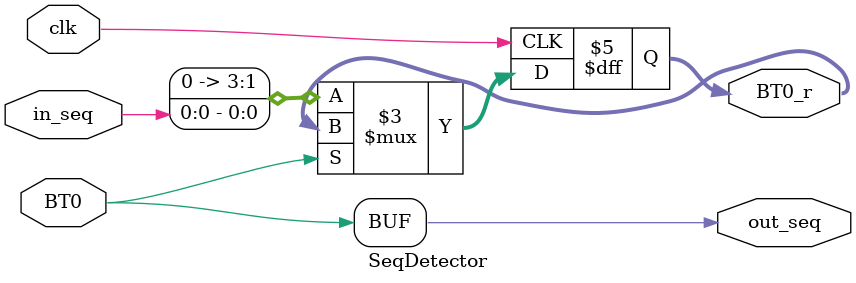
<source format=v>
module SeqDetector (BT0,BT0_r,clk,in_seq,out_seq);

input clk;
input BT0;
input in_seq;

output out_seq;
output [3:0] BT0_r;
reg [3:0] BT0_r; 




always@(posedge clk) begin
//BT0_r <= BT0;
	if(BT0 == 1'b0) begin
		//BT0 <= BT0;
		BT0_r <= in_seq;
		
	end


end

assign out_seq = BT0;

endmodule  // End of Moore state machine


</source>
